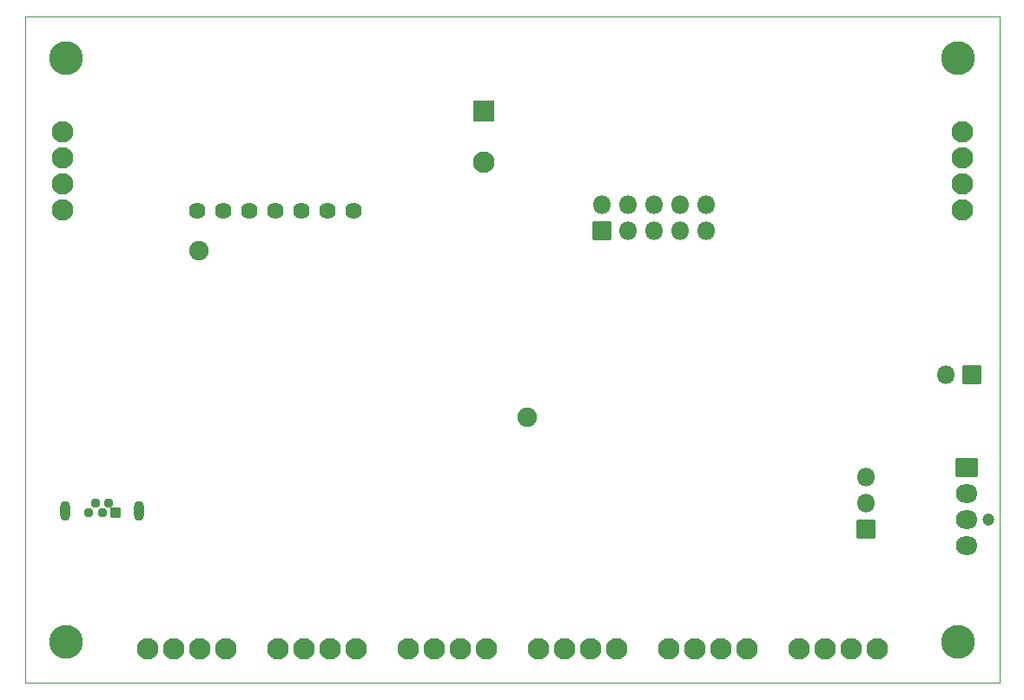
<source format=gbr>
%TF.GenerationSoftware,KiCad,Pcbnew,6.0.5-a6ca702e91~116~ubuntu20.04.1*%
%TF.CreationDate,2022-06-15T17:04:34-04:00*%
%TF.ProjectId,CAN-Acquisition-Module,43414e2d-4163-4717-9569-736974696f6e,rev?*%
%TF.SameCoordinates,Original*%
%TF.FileFunction,Soldermask,Bot*%
%TF.FilePolarity,Negative*%
%FSLAX46Y46*%
G04 Gerber Fmt 4.6, Leading zero omitted, Abs format (unit mm)*
G04 Created by KiCad (PCBNEW 6.0.5-a6ca702e91~116~ubuntu20.04.1) date 2022-06-15 17:04:34*
%MOMM*%
%LPD*%
G01*
G04 APERTURE LIST*
G04 Aperture macros list*
%AMRoundRect*
0 Rectangle with rounded corners*
0 $1 Rounding radius*
0 $2 $3 $4 $5 $6 $7 $8 $9 X,Y pos of 4 corners*
0 Add a 4 corners polygon primitive as box body*
4,1,4,$2,$3,$4,$5,$6,$7,$8,$9,$2,$3,0*
0 Add four circle primitives for the rounded corners*
1,1,$1+$1,$2,$3*
1,1,$1+$1,$4,$5*
1,1,$1+$1,$6,$7*
1,1,$1+$1,$8,$9*
0 Add four rect primitives between the rounded corners*
20,1,$1+$1,$2,$3,$4,$5,0*
20,1,$1+$1,$4,$5,$6,$7,0*
20,1,$1+$1,$6,$7,$8,$9,0*
20,1,$1+$1,$8,$9,$2,$3,0*%
G04 Aperture macros list end*
%TA.AperFunction,Profile*%
%ADD10C,0.100000*%
%TD*%
%ADD11C,1.900000*%
%ADD12C,1.624000*%
%ADD13C,3.300000*%
%ADD14RoundRect,0.050000X-0.850000X0.850000X-0.850000X-0.850000X0.850000X-0.850000X0.850000X0.850000X0*%
%ADD15O,1.800000X1.800000*%
%ADD16C,2.100000*%
%ADD17RoundRect,0.050000X0.850000X-0.850000X0.850000X0.850000X-0.850000X0.850000X-0.850000X-0.850000X0*%
%ADD18RoundRect,0.050000X-1.000000X1.000000X-1.000000X-1.000000X1.000000X-1.000000X1.000000X1.000000X0*%
%ADD19RoundRect,0.050000X0.420000X0.420000X-0.420000X0.420000X-0.420000X-0.420000X0.420000X-0.420000X0*%
%ADD20C,0.940000*%
%ADD21O,0.950000X1.950000*%
%ADD22C,1.200000*%
%ADD23RoundRect,0.050000X-1.015000X-0.865000X1.015000X-0.865000X1.015000X0.865000X-1.015000X0.865000X0*%
%ADD24O,2.130000X1.830000*%
%ADD25RoundRect,0.050000X0.850000X0.850000X-0.850000X0.850000X-0.850000X-0.850000X0.850000X-0.850000X0*%
G04 APERTURE END LIST*
D10*
X20000000Y-90000000D02*
X115000000Y-90000000D01*
X115000000Y-90000000D02*
X115000000Y-25000000D01*
X115000000Y-25000000D02*
X20000000Y-25000000D01*
X20000000Y-25000000D02*
X20000000Y-90000000D01*
X20000000Y-90000000D02*
X115000000Y-90000000D01*
X115000000Y-90000000D02*
X115000000Y-25000000D01*
X115000000Y-25000000D02*
X20000000Y-25000000D01*
X20000000Y-25000000D02*
X20000000Y-90000000D01*
D11*
%TO.C,U7*%
X36927701Y-47830000D03*
X68927701Y-64050000D03*
D12*
X36827701Y-43950000D03*
X39367701Y-43950000D03*
X41907701Y-43950000D03*
X44447701Y-43950000D03*
X46987701Y-43950000D03*
X49527701Y-43950000D03*
X52067701Y-43950000D03*
%TD*%
D13*
%TO.C,H4*%
X111000000Y-29000000D03*
%TD*%
D14*
%TO.C,J2*%
X112287500Y-59900000D03*
D15*
X109747500Y-59900000D03*
%TD*%
D16*
%TO.C,J6*%
X111350000Y-43810000D03*
X111350000Y-41270000D03*
X111350000Y-38730000D03*
X111350000Y-36190000D03*
%TD*%
D13*
%TO.C,H3*%
X111000000Y-86000000D03*
%TD*%
D17*
%TO.C,J4*%
X76270000Y-45900000D03*
D15*
X76270000Y-43360000D03*
X78810000Y-45900000D03*
X78810000Y-43360000D03*
X81350000Y-45900000D03*
X81350000Y-43360000D03*
X83890000Y-45900000D03*
X83890000Y-43360000D03*
X86430000Y-45900000D03*
X86430000Y-43360000D03*
%TD*%
D13*
%TO.C,H1*%
X24000000Y-86000000D03*
%TD*%
D18*
%TO.C,C6*%
X64750000Y-34200000D03*
D16*
X64750000Y-39200000D03*
%TD*%
%TO.C,J5*%
X23650000Y-36190000D03*
X23650000Y-38730000D03*
X23650000Y-41270000D03*
X23650000Y-43810000D03*
%TD*%
%TO.C,J9*%
X82800000Y-86650000D03*
X85340000Y-86650000D03*
X87880000Y-86650000D03*
X90420000Y-86650000D03*
%TD*%
%TO.C,J10*%
X44700000Y-86650000D03*
X47240000Y-86650000D03*
X49780000Y-86650000D03*
X52320000Y-86650000D03*
%TD*%
%TO.C,J8*%
X95500000Y-86650000D03*
X98040000Y-86650000D03*
X100580000Y-86650000D03*
X103120000Y-86650000D03*
%TD*%
D19*
%TO.C,J7*%
X28825000Y-73420000D03*
D20*
X28175000Y-72420000D03*
X27525000Y-73420000D03*
X26875000Y-72420000D03*
X26225000Y-73420000D03*
D21*
X23950000Y-73200000D03*
X31100000Y-73200000D03*
%TD*%
D22*
%TO.C,J1*%
X113960000Y-74080000D03*
D23*
X111800000Y-69000000D03*
D24*
X111800000Y-71540000D03*
X111800000Y-74080000D03*
X111800000Y-76620000D03*
%TD*%
D16*
%TO.C,J12*%
X70100000Y-86650000D03*
X72640000Y-86650000D03*
X75180000Y-86650000D03*
X77720000Y-86650000D03*
%TD*%
D13*
%TO.C,H2*%
X24000000Y-29000000D03*
%TD*%
D16*
%TO.C,J13*%
X57400000Y-86650000D03*
X59940000Y-86650000D03*
X62480000Y-86650000D03*
X65020000Y-86650000D03*
%TD*%
%TO.C,J11*%
X32000000Y-86650000D03*
X34540000Y-86650000D03*
X37080000Y-86650000D03*
X39620000Y-86650000D03*
%TD*%
D25*
%TO.C,J3*%
X101975000Y-75025000D03*
D15*
X101975000Y-72485000D03*
X101975000Y-69945000D03*
%TD*%
G36*
X28476015Y-72782304D02*
G01*
X28475664Y-72783491D01*
X28449061Y-72822199D01*
X28450645Y-72882680D01*
X28487488Y-72930693D01*
X28543516Y-72948090D01*
X28544874Y-72949559D01*
X28544281Y-72951469D01*
X28542923Y-72952000D01*
X28405199Y-72952000D01*
X28386645Y-72955691D01*
X28371087Y-72966087D01*
X28360691Y-72981645D01*
X28358504Y-72992638D01*
X28357185Y-72994142D01*
X28355223Y-72993752D01*
X28354556Y-72992483D01*
X28348099Y-72937931D01*
X28307032Y-72893506D01*
X28252366Y-72883003D01*
X28250853Y-72881694D01*
X28251231Y-72879730D01*
X28252217Y-72879109D01*
X28360861Y-72849489D01*
X28472970Y-72780654D01*
X28474969Y-72780600D01*
X28476015Y-72782304D01*
G37*
M02*

</source>
